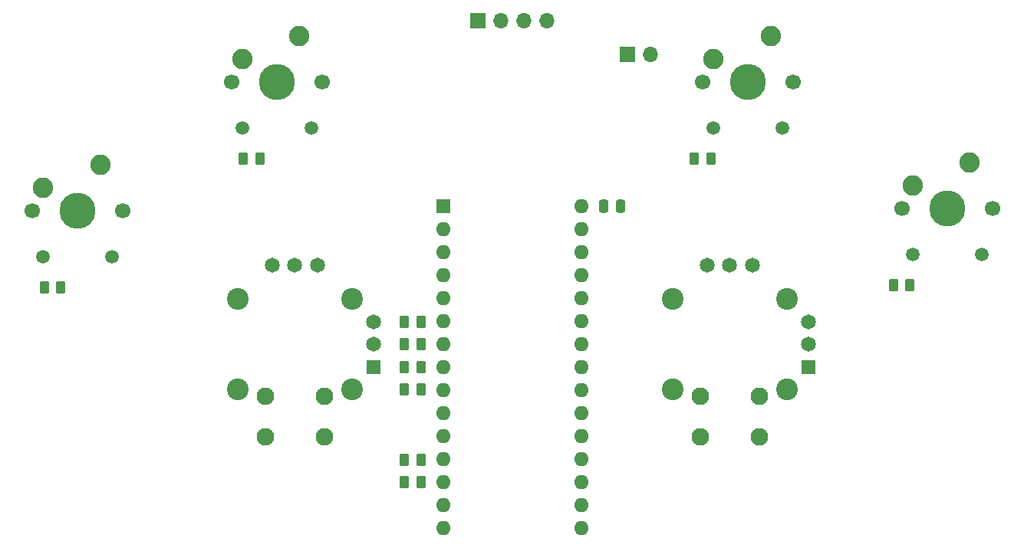
<source format=gts>
%TF.GenerationSoftware,KiCad,Pcbnew,(6.0.9)*%
%TF.CreationDate,2023-07-24T19:50:03+10:00*%
%TF.ProjectId,Joysticks2.1,4a6f7973-7469-4636-9b73-322e312e6b69,rev?*%
%TF.SameCoordinates,PX3d09000PY568bc30*%
%TF.FileFunction,Soldermask,Top*%
%TF.FilePolarity,Negative*%
%FSLAX46Y46*%
G04 Gerber Fmt 4.6, Leading zero omitted, Abs format (unit mm)*
G04 Created by KiCad (PCBNEW (6.0.9)) date 2023-07-24 19:50:03*
%MOMM*%
%LPD*%
G01*
G04 APERTURE LIST*
G04 Aperture macros list*
%AMRoundRect*
0 Rectangle with rounded corners*
0 $1 Rounding radius*
0 $2 $3 $4 $5 $6 $7 $8 $9 X,Y pos of 4 corners*
0 Add a 4 corners polygon primitive as box body*
4,1,4,$2,$3,$4,$5,$6,$7,$8,$9,$2,$3,0*
0 Add four circle primitives for the rounded corners*
1,1,$1+$1,$2,$3*
1,1,$1+$1,$4,$5*
1,1,$1+$1,$6,$7*
1,1,$1+$1,$8,$9*
0 Add four rect primitives between the rounded corners*
20,1,$1+$1,$2,$3,$4,$5,0*
20,1,$1+$1,$4,$5,$6,$7,0*
20,1,$1+$1,$6,$7,$8,$9,0*
20,1,$1+$1,$8,$9,$2,$3,0*%
G04 Aperture macros list end*
%ADD10C,1.950000*%
%ADD11C,2.400000*%
%ADD12R,1.650000X1.650000*%
%ADD13C,1.650000*%
%ADD14RoundRect,0.250000X-0.262500X-0.450000X0.262500X-0.450000X0.262500X0.450000X-0.262500X0.450000X0*%
%ADD15C,1.700000*%
%ADD16C,3.987800*%
%ADD17C,1.508000*%
%ADD18C,2.250000*%
%ADD19R,1.600000X1.600000*%
%ADD20O,1.600000X1.600000*%
%ADD21RoundRect,0.250000X-0.250000X-0.475000X0.250000X-0.475000X0.250000X0.475000X-0.250000X0.475000X0*%
%ADD22R,1.700000X1.700000*%
%ADD23O,1.700000X1.700000*%
%ADD24RoundRect,0.250000X0.262500X0.450000X-0.262500X0.450000X-0.262500X-0.450000X0.262500X-0.450000X0*%
G04 APERTURE END LIST*
D10*
%TO.C,U1*%
X8750000Y-24000000D03*
X15250000Y-24000000D03*
X8750000Y-28500000D03*
X15250000Y-28500000D03*
D11*
X18325000Y-13250000D03*
X5675000Y-13250000D03*
X5675000Y-23250000D03*
X18325000Y-23250000D03*
D12*
X20730000Y-20750000D03*
D13*
X20730000Y-18250000D03*
X20730000Y-15750000D03*
X14500000Y-9520000D03*
X12000000Y-9520000D03*
X9500000Y-9520000D03*
%TD*%
D14*
%TO.C,R2*%
X-15662500Y-12000000D03*
X-13837500Y-12000000D03*
%TD*%
D10*
%TO.C,U11*%
X56750000Y-24000000D03*
X63250000Y-24000000D03*
X56750000Y-28500000D03*
X63250000Y-28500000D03*
D11*
X66325000Y-13250000D03*
X53675000Y-13250000D03*
X53675000Y-23250000D03*
X66325000Y-23250000D03*
D12*
X68730000Y-20750000D03*
D13*
X68730000Y-18250000D03*
X68730000Y-15750000D03*
X62500000Y-9520000D03*
X60000000Y-9520000D03*
X57500000Y-9520000D03*
%TD*%
D14*
%TO.C,R8*%
X24087500Y-23250000D03*
X25912500Y-23250000D03*
%TD*%
D15*
%TO.C,U2*%
X57000000Y10750000D03*
X67000000Y10750000D03*
D16*
X62000000Y10750000D03*
D17*
X58190000Y5670000D03*
X65810000Y5670000D03*
D18*
X64510000Y15830000D03*
X58190000Y13290000D03*
%TD*%
D15*
%TO.C,U3*%
X-17000000Y-3500000D03*
X-7000000Y-3500000D03*
D16*
X-12000000Y-3500000D03*
D17*
X-15810000Y-8580000D03*
X-8190000Y-8580000D03*
D18*
X-9490000Y1580000D03*
X-15810000Y-960000D03*
%TD*%
D14*
%TO.C,R14*%
X24087500Y-33500000D03*
X25912500Y-33500000D03*
%TD*%
D19*
%TO.C,A1*%
X28390000Y-2950000D03*
D20*
X28390000Y-5490000D03*
X28390000Y-8030000D03*
X28390000Y-10570000D03*
X28390000Y-13110000D03*
X28390000Y-15650000D03*
X28390000Y-18190000D03*
X28390000Y-20730000D03*
X28390000Y-23270000D03*
X28390000Y-25810000D03*
X28390000Y-28350000D03*
X28390000Y-30890000D03*
X28390000Y-33430000D03*
X28390000Y-35970000D03*
X28390000Y-38510000D03*
X43630000Y-38510000D03*
X43630000Y-35970000D03*
X43630000Y-33430000D03*
X43630000Y-30890000D03*
X43630000Y-28350000D03*
X43630000Y-25810000D03*
X43630000Y-23270000D03*
X43630000Y-20730000D03*
X43630000Y-18190000D03*
X43630000Y-15650000D03*
X43630000Y-13110000D03*
X43630000Y-10570000D03*
X43630000Y-8030000D03*
X43630000Y-5490000D03*
X43630000Y-2950000D03*
%TD*%
D21*
%TO.C,C1*%
X46050000Y-3000000D03*
X47950000Y-3000000D03*
%TD*%
D14*
%TO.C,R13*%
X24087500Y-31000000D03*
X25912500Y-31000000D03*
%TD*%
%TO.C,R4*%
X6337500Y2250000D03*
X8162500Y2250000D03*
%TD*%
D16*
%TO.C,U4*%
X84000000Y-3250000D03*
D15*
X89000000Y-3250000D03*
X79000000Y-3250000D03*
D17*
X80190000Y-8330000D03*
X87810000Y-8330000D03*
D18*
X86510000Y1830000D03*
X80190000Y-710000D03*
%TD*%
D15*
%TO.C,U5*%
X5000000Y10750000D03*
X15000000Y10750000D03*
D16*
X10000000Y10750000D03*
D17*
X6190000Y5670000D03*
X13810000Y5670000D03*
D18*
X12510000Y15830000D03*
X6190000Y13290000D03*
%TD*%
D14*
%TO.C,R5*%
X24087500Y-15750000D03*
X25912500Y-15750000D03*
%TD*%
%TO.C,R6*%
X24087500Y-18250000D03*
X25912500Y-18250000D03*
%TD*%
D22*
%TO.C,J1*%
X48750000Y13750000D03*
D23*
X51290000Y13750000D03*
%TD*%
D24*
%TO.C,R3*%
X79912500Y-11750000D03*
X78087500Y-11750000D03*
%TD*%
%TO.C,R1*%
X57912500Y2250000D03*
X56087500Y2250000D03*
%TD*%
D14*
%TO.C,R7*%
X24087500Y-20750000D03*
X25912500Y-20750000D03*
%TD*%
D22*
%TO.C,J4*%
X32200000Y17525000D03*
D23*
X34740000Y17525000D03*
X37280000Y17525000D03*
X39820000Y17525000D03*
%TD*%
M02*

</source>
